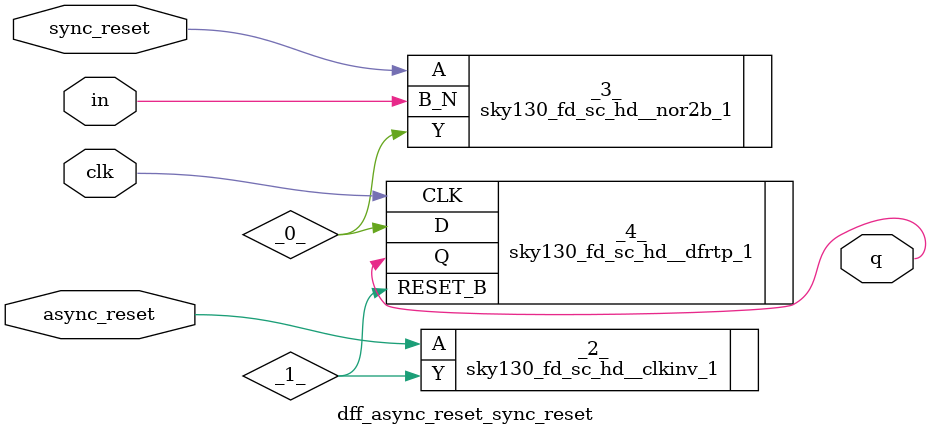
<source format=v>
/* Generated by Yosys 0.33 (git sha1 2584903a060) */

(* top =  1  *)
(* src = "dff_async_reset_sync_reset.v:1.1-16.10" *)
module dff_async_reset_sync_reset(in, clk, async_reset, sync_reset, q);
  (* src = "dff_async_reset_sync_reset.v:8.5-15.8" *)
  wire _0_;
  wire _1_;
  (* src = "dff_async_reset_sync_reset.v:4.12-4.23" *)
  input async_reset;
  wire async_reset;
  (* src = "dff_async_reset_sync_reset.v:3.12-3.15" *)
  input clk;
  wire clk;
  (* src = "dff_async_reset_sync_reset.v:2.12-2.14" *)
  input in;
  wire in;
  (* src = "dff_async_reset_sync_reset.v:6.16-6.17" *)
  output q;
  wire q;
  (* src = "dff_async_reset_sync_reset.v:5.12-5.22" *)
  input sync_reset;
  wire sync_reset;
  sky130_fd_sc_hd__clkinv_1 _2_ (
    .A(async_reset),
    .Y(_1_)
  );
  sky130_fd_sc_hd__nor2b_1 _3_ (
    .A(sync_reset),
    .B_N(in),
    .Y(_0_)
  );
  (* src = "dff_async_reset_sync_reset.v:8.5-15.8" *)
  sky130_fd_sc_hd__dfrtp_1 _4_ (
    .CLK(clk),
    .D(_0_),
    .Q(q),
    .RESET_B(_1_)
  );
endmodule

</source>
